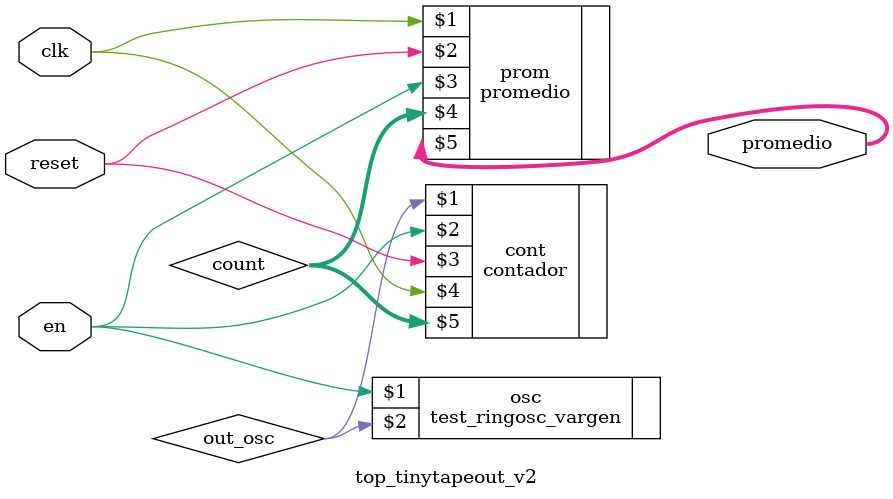
<source format=v>
module top_tinytapeout_v2(input clk, input en, input reset, output wire [8:0] promedio);

wire out_osc;
wire [8:0] count;
test_ringosc_vargen osc(en, out_osc);
contador cont(out_osc, en, reset, clk, count);
promedio #(9) prom(clk, reset, en, count, promedio);

endmodule

</source>
